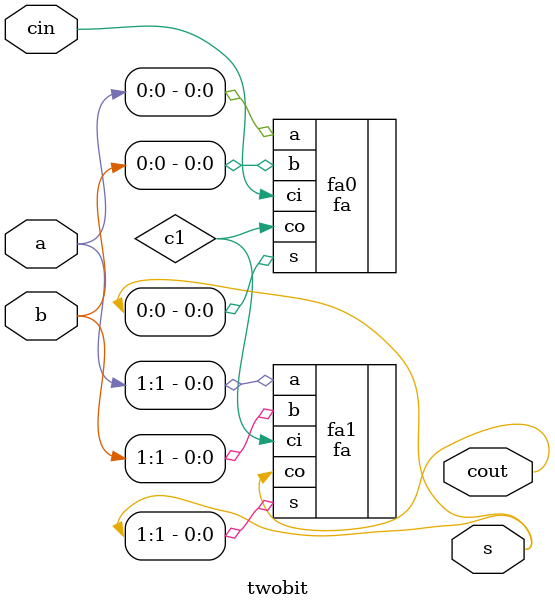
<source format=v>

module twobit (
  input [1:0] a, b,
  input cin,
  output cout,
  output [1:0] s
);

wire c1;

fa fa0 (
  .a(a[0]),
  .b(b[0]),
  .ci(cin),
  .co(c1),
  .s(s[0])
);

fa fa1 (
  .a(a[1]),
  .b(b[1]),
  .ci(c1),
  .co(cout),
  .s(s[1])
);

endmodule

</source>
